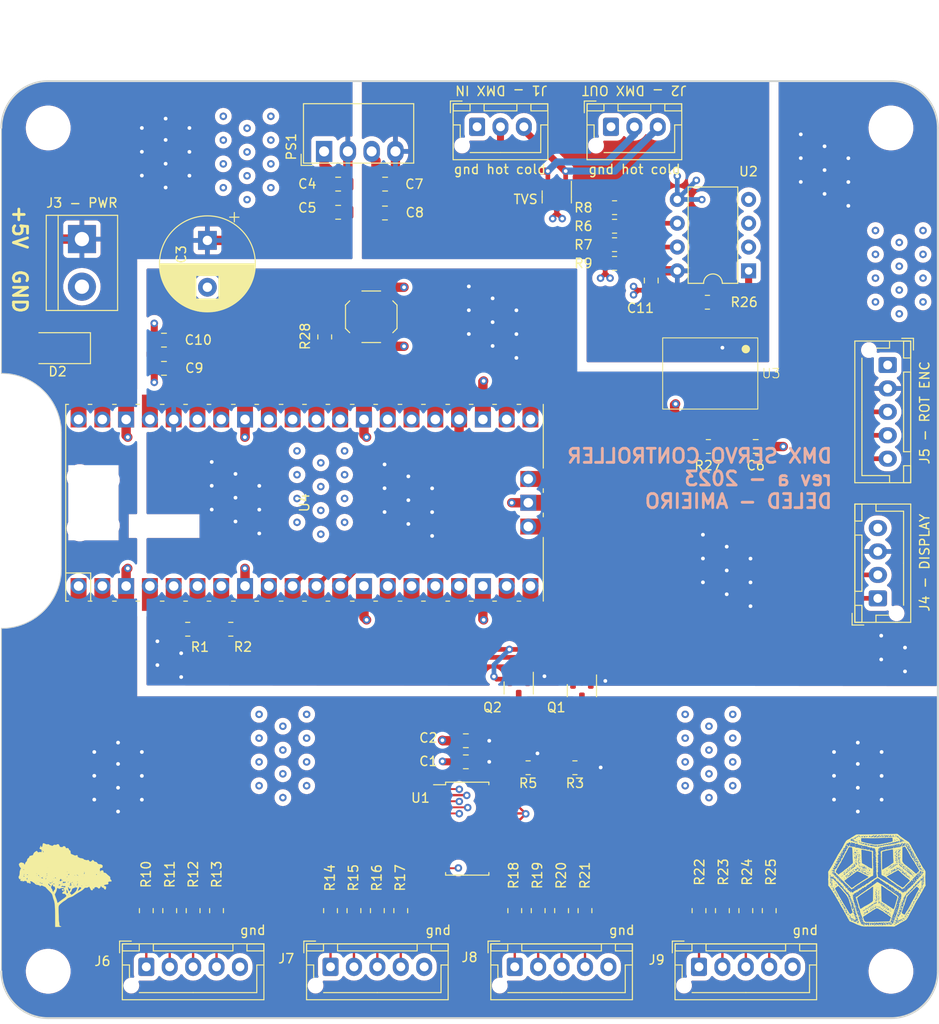
<source format=kicad_pcb>
(kicad_pcb (version 20221018) (generator pcbnew)
  (layers (0 "F.Cu" mixed) (1 "In1.Cu" power) (2 "In2.Cu" power) (31 "B.Cu" mixed) (34 "B.Paste" user) (35 "F.Paste" user) (36 "B.SilkS" user "B.Silkscreen") (37 "F.SilkS" user "F.Silkscreen") (38 "B.Mask" user) (39 "F.Mask" user) (44 "Edge.Cuts" user))
  (net 0 "")
  (net 1 "+3.3V")
  (net 2 "GND")
  (net 3 "+5V")
  (net 4 "+5VA")
  (net 5 "GNDA")
  (net 6 "DMX_negative{slash}cold")
  (net 7 "DMX_positive{slash}hot")
  (net 8 "I2C0_SDA")
  (net 9 "I2C0_SCL")
  (net 10 "Encoder SW")
  (net 11 "Encoder DT")
  (net 12 "Encoder CLK")
  (net 13 "OUT0")
  (net 14 "OUT1")
  (net 15 "OUT2")
  (net 16 "OUT3")
  (net 17 "OUT4")
  (net 18 "OUT5")
  (net 19 "OUT6")
  (net 20 "OUT7")
  (net 21 "OUT8")
  (net 22 "OUT9")
  (net 23 "OUT10")
  (net 24 "OUT11")
  (net 25 "OUT12")
  (net 26 "OUT13")
  (net 27 "OUT14")
  (net 28 "OUT15")
  (net 29 "Net-(Q1-D)")
  (net 30 "Net-(Q2-D)")
  (net 31 "Net-(U2-A)")
  (net 32 "Net-(U2-B)")
  (net 33 "Net-(U1-LED0)")
  (net 34 "Net-(U1-LED1)")
  (net 35 "Net-(U1-LED2)")
  (net 36 "Net-(U1-LED3)")
  (net 37 "Net-(U1-LED4)")
  (net 38 "Net-(U1-LED5)")
  (net 39 "Net-(U1-LED6)")
  (net 40 "Net-(U1-LED7)")
  (net 41 "Net-(U1-LED8)")
  (net 42 "Net-(U1-LED9)")
  (net 43 "Net-(U1-LED10)")
  (net 44 "Net-(U1-LED11)")
  (net 45 "Net-(U1-LED12)")
  (net 46 "Net-(U1-LED13)")
  (net 47 "Net-(U1-LED14)")
  (net 48 "Net-(U1-LED15)")
  (net 49 "Net-(U3-C)")
  (net 50 "Net-(U2-R)")
  (net 51 "DMX_signal")
  (net 52 "RESET")
  (net 81 "Net-(D2-K)")
  (footprint "Capacitor_SMD:C_0805_2012Metric_Pad1.18x1.45mm_HandSolder" (layer "F.Cu") (at 117.3625 90.655 180)
    (fp_text reference "C9")
    (fp_text value "100nF")
  )
  (footprint "MatheusLibs:mnds_logo_normal" (layer "F.Cu") (at 193.4972 145.288)
    (fp_text reference "G***" hide)
    (fp_text value "LOGO" hide)
  )
  (footprint "Resistor_SMD:R_0805_2012Metric_Pad1.20x1.40mm_HandSolder" (layer "F.Cu") (at 140.15 148.53125 -90)
    (fp_text reference "R16")
    (fp_text value "220Ω" hide)
  )
  (footprint "Connector_JST:JST_XH_B5B-XH-AM_1x05_P2.50mm_Vertical" (layer "F.Cu") (at 194.65 90.3 -90)
    (fp_text reference "J5" hide)
    (fp_text value "Rotary encoder")
  )
  (footprint "Connector_JST:JST_XH_B5B-XH-AM_1x05_P2.50mm_Vertical" (layer "F.Cu") (at 174.5 154.53125)
    (fp_text reference "J9")
    (fp_text value "Output block 4")
  )
  (footprint "Resistor_SMD:R_0805_2012Metric_Pad1.20x1.40mm_HandSolder" (layer "F.Cu") (at 117.975 148.53125 -90)
    (fp_text reference "R11")
    (fp_text value "220Ω" hide)
  )
  (footprint "Resistor_SMD:R_0805_2012Metric_Pad1.20x1.40mm_HandSolder" (layer "F.Cu") (at 157.325 148.53125 -90)
    (fp_text reference "R19")
    (fp_text value "220Ω" hide)
  )
  (footprint "MountingHole:MountingHole_4.3mm_M4_ISO7380" (layer "F.Cu") (at 105 65)
    (fp_text reference "H1" hide)
    (fp_text value "MountingHole")
  )
  (footprint "Resistor_SMD:R_0805_2012Metric_Pad1.20x1.40mm_HandSolder" (layer "F.Cu") (at 182 148.53125 -90)
    (fp_text reference "R25")
    (fp_text value "220Ω")
  )
  (footprint "Resistor_SMD:R_0805_2012Metric_Pad1.20x1.40mm_HandSolder" (layer "F.Cu") (at 177 148.53125 -90)
    (fp_text reference "R23")
    (fp_text value "220Ω" hide)
  )
  (footprint "Connector_JST:JST_XH_B3B-XH-AM_1x03_P2.50mm_Vertical" (layer "F.Cu") (at 150.8 64.875)
    (fp_text reference "J1" hide)
    (fp_text value "To_XLR3")
  )
  (footprint "Capacitor_SMD:C_0805_2012Metric_Pad1.18x1.45mm_HandSolder" (layer "F.Cu") (at 169.399416 81.28 -90)
    (fp_text reference "C11")
    (fp_text value "100nF")
  )
  (footprint "Capacitor_SMD:C_0805_2012Metric_Pad1.18x1.45mm_HandSolder" (layer "F.Cu") (at 135.963227 74 180)
    (fp_text reference "C5")
    (fp_text value "1μF")
  )
  (footprint "Resistor_SMD:R_0805_2012Metric_Pad1.20x1.40mm_HandSolder" (layer "F.Cu") (at 159.825 148.53125 -90)
    (fp_text reference "R20")
    (fp_text value "220Ω" hide)
  )
  (footprint "Resistor_SMD:R_0805_2012Metric_Pad1.20x1.40mm_HandSolder" (layer "F.Cu") (at 119.9 118.5)
    (fp_text reference "R1")
    (fp_text value "10kΩ" hide)
  )
  (footprint "Resistor_SMD:R_0805_2012Metric_Pad1.20x1.40mm_HandSolder" (layer "F.Cu") (at 174.5 148.53125 -90)
    (fp_text reference "R22")
    (fp_text value "220Ω" hide)
  )
  (footprint "Resistor_SMD:R_0805_2012Metric_Pad1.20x1.40mm_HandSolder" (layer "F.Cu") (at 165.481 75.4888)
    (fp_text reference "R6")
    (fp_text value "0Ω")
  )
  (footprint "Resistor_SMD:R_0805_2012Metric_Pad1.20x1.40mm_HandSolder" (layer "F.Cu") (at 165.481 73.5076)
    (fp_text reference "R8")
    (fp_text value "680Ω")
  )
  (footprint "Capacitor_SMD:C_0805_2012Metric_Pad1.18x1.45mm_HandSolder" (layer "F.Cu") (at 180.555083 98.992498)
    (fp_text reference "C6")
    (fp_text value "100nF")
  )
  (footprint "Connector_JST:JST_XH_B3B-XH-AM_1x03_P2.50mm_Vertical" (layer "F.Cu") (at 165.1 64.875)
    (fp_text reference "J2" hide)
    (fp_text value "To_XLR3")
  )
  (footprint "Resistor_SMD:R_0805_2012Metric_Pad1.20x1.40mm_HandSolder" (layer "F.Cu") (at 162.325 148.53125 -90)
    (fp_text reference "R21")
    (fp_text value "220Ω")
  )
  (footprint "Resistor_SMD:R_0805_2012Metric_Pad1.20x1.40mm_HandSolder" (layer "F.Cu") (at 156.25 133.28125 180)
    (fp_text reference "R5")
    (fp_text value "10kΩ")
  )
  (footprint "Resistor_SMD:R_0805_2012Metric_Pad1.20x1.40mm_HandSolder" (layer "F.Cu") (at 165.481 77.456014)
    (fp_text reference "R7")
    (fp_text value "0Ω")
  )
  (footprint "Resistor_SMD:R_0805_2012Metric_Pad1.20x1.40mm_HandSolder" (layer "F.Cu") (at 142.65 148.53125 -90)
    (fp_text reference "R17")
    (fp_text value "220Ω" hide)
  )
  (footprint "Resistor_SMD:R_0805_2012Metric_Pad1.20x1.40mm_HandSolder" (layer "F.Cu") (at 134.53 87.3 -90)
    (fp_text reference "R28")
    (fp_text value "10kΩ")
  )
  (footprint "Capacitor_THT:CP_Radial_D10.0mm_P5.00mm" (layer "F.Cu") (at 122 77 -90)
    (fp_text reference "C3")
    (fp_text value "1000μF")
  )
  (footprint "Capacitor_SMD:C_0805_2012Metric_Pad1.18x1.45mm_HandSolder" (layer "F.Cu") (at 149.6 132.65 180)
    (fp_text reference "C1")
    (fp_text value "100nF")
  )
  (footprint "Connector_JST:JST_XH_B4B-XH-AM_1x04_P2.50mm_Vertical" (layer "F.Cu") (at 193.6 115.2 90)
    (fp_text reference "J4" hide)
    (fp_text value "Display")
  )
  (footprint "AmieiroFootprints:ipe_logo_FSilk_10x10" (layer "F.Cu") (at 106.8 145.8)
    (fp_text reference "Ref**" hide)
    (fp_text value "Val**" hide)
  )
  (footprint "Resistor_SMD:R_0805_2012Metric_Pad1.20x1.40mm_HandSolder" (layer "F.Cu") (at 175.5 98.992498 180)
    (fp_text reference "R27")
    (fp_text value "330Ω")
  )
  (footprint "Connector_JST:JST_XH_B5B-XH-AM_1x05_P2.50mm_Vertical" (layer "F.Cu") (at 135.15 154.53125)
    (fp_text reference "J7")
    (fp_text value "Output block 2")
  )
  (footprint "Capacitor_SMD:C_0805_2012Metric_Pad1.18x1.45mm_HandSolder" (layer "F.Cu") (at 149.6 130.4 180)
    (fp_text reference "C2")
    (fp_text value "1μF")
  )
  (footprint "Connector_JST:JST_XH_B5B-XH-AM_1x05_P2.50mm_Vertical" (layer "F.Cu") (at 154.825 154.53125)
    (fp_text reference "J8")
    (fp_text value "Output block 3")
  )
  (footprint "Resistor_SMD:R_0805_2012Metric_Pad1.20x1.40mm_HandSolder" (layer "F.Cu") (at 154.825 148.53125 -90)
    (fp_text reference "R18")
    (fp_text value "220Ω" hide)
  )
  (footprint "Resistor_SMD:R_0805_2012Metric_Pad1.20x1.40mm_HandSolder" (layer "F.Cu") (at 124.5 118.5 180)
    (fp_text reference "R2")
    (fp_text value "10kΩ" hide)
  )
  (footprint "Package_TO_SOT_SMD:SOT-23" (layer "F.Cu") (at 159.309868 72.356965 -90)
    (fp_text reference "D1" hide)
    (fp_text value "SM712_SOT23")
  )
  (footprint "Connector_JST:JST_XH_B5B-XH-AM_1x05_P2.50mm_Vertical" (layer "F.Cu") (at 115.475 154.53125)
    (fp_text reference "J6")
    (fp_text value "Output block 1")
  )
  (footprint "TerminalBlock:TerminalBlock_bornier-2_P5.08mm" (layer "F.Cu") (at 108.6 76.86 -90)
    (fp_text reference "J3" hide)
    (fp_text value "Power connector")
  )
  (footprint "Capacitor_SMD:C_0805_2012Metric_Pad1.18x1.45mm_HandSolder" (layer "F.Cu") (at 140.978298 70.993615 180)
    (fp_text reference "C7")
    (fp_text value "1μF")
  )
  (footprint "Package_TO_SOT_SMD:SOT-23" (layer "F.Cu") (at 155.2448 124.7648 -90)
    (fp_text reference "Q2")
    (fp_text value "BSS138" hide)
  )
  (footprint "RPi_Pico:RPi_Pico_SMD_TH" (layer "F.Cu") (at 132.37 105 90)
    (fp_text reference "U4")
    (fp_text value "Pico")
  )
  (footprint "Resistor_SMD:R_0805_2012Metric_Pad1.20x1.40mm_HandSolder" (layer "F.Cu") (at 161.25 133.28125 180)
    (fp_text reference "R3")
    (fp_text value "10kΩ")
  )
  (footprint "Resistor_SMD:R_0805_2012Metric_Pad1.20x1.40mm_HandSolder" (layer "F.Cu") (at 137.65 148.53125 -90)
    (fp_text reference "R15")
    (fp_text value "220Ω" hide)
  )
  (footprint "MountingHole:MountingHole_4.3mm_M4_ISO7380" (layer "F.Cu") (at 195 155)
    (fp_text reference "H4" hide)
    (fp_text value "MountingHole")
  )
  (footprint "Package_SO:TSSOP-28_4.4x9.7mm_P0.65mm" (layer "F.Cu") (at 149.75 139.78125)
    (fp_text reference "U1")
    (fp_text value "PCA9685PW")
  )
  (footprint "Resistor_SMD:R_0805_2012Metric_Pad1.20x1.40mm_HandSolder" (layer "F.Cu") (at 135.15 148.53125 -90)
    (fp_text reference "R14")
    (fp_text value "220Ω")
  )
  (footprint "Capacitor_SMD:C_0805_2012Metric_Pad1.18x1.45mm_HandSolder" (layer "F.Cu") (at 140.9625 74.074242 180)
    (fp_text reference "C8")
    (fp_text value "100nF")
  )
  (footprint "Button_Switch_SMD:SW_SPST_TL3342" (layer "F.Cu") (at 139.5 85.15 90)
    (fp_text reference "SW1" hide)
    (fp_text value "Reset")
  )
  (footprint "Diode_SMD:D_SMA" (layer "F.Cu") (at 106 88.5 180)
    (fp_text reference "D2")
    (fp_text value "C211752 M7")
  )
  (footprint "Resistor_SMD:R_0805_2012Metric_Pad1.20x1.40mm_HandSolder" (layer "F.Cu") (at 120.475 148.53125 -90)
    (fp_text reference "R12")
    (fp_text value "220Ω" hide)
  )
  (footprint "Capacitor_SMD:C_0805_2012Metric_Pad1.18x1.45mm_HandSolder" (layer "F.Cu") (at 117.3625 87.645 180)
    (fp_text reference "C10")
    (fp_text value "1μF")
  )
  (footprint "Resistor_SMD:R_0805_2012Metric_Pad1.20x1.40mm_HandSolder" (layer "F.Cu") (at 115.475 148.53125 -90)
    (fp_text reference "R10")
    (fp_text value "220Ω")
  )
  (footprint "Capacitor_SMD:C_0805_2012Metric_Pad1.18x1.45mm_HandSolder" (layer "F.Cu") (at 135.963227 70.993615 180)
    (fp_text reference "C4")
    (fp_text value "100nF")
  )
  (footprint "Package_DIP:DIP-8_W7.62mm" (layer "F.Cu") (at 179.8 80.25 180)
    (fp_text reference "U2")
    (fp_text value "SN65HVD11HD")
  )
  (footprint "Resistor_SMD:R_0805_2012Metric_Pad1.20x1.40mm_HandSolder" (layer "F.Cu") (at 165.481 79.4512 180)
    (fp_text reference "R9")
    (fp_text value "680Ω")
  )
  (footprint "Converter_DCDC:Converter_DCDC_Murata_MEE1SxxxxSC_THT" (layer "F.Cu") (at 134.460727 67.5 90)
    (fp_text reference "PS1")
    (fp_text value "MEE1S0505SC")
  )
  (footprint "Resistor_SMD:R_0805_2012Metric_Pad1.20x1.40mm_HandSolder" (layer "F.Cu") (at 179.5 148.53125 -90)
    (fp_text reference "R24")
    (fp_text value "220Ω" hide)
  )
  (footprint "MountingHole:MountingHole_4.3mm_M4_ISO7380" (layer "F.Cu") (at 105 155)
    (fp_text reference "H3" hide)
    (fp_text value "MountingHole")
  )
  (footprint "DMX_servo_controller_hardware:6N137-X007T" (layer "F.Cu") (at 175.7 91.2 -90)
    (fp_text reference "U3")
    (fp_text value "6N137")
  )
  (footprint "MountingHole:MountingHole_4.3mm_M4_ISO7380" (layer "F.Cu") (at 195 65)
    (fp_text reference "H2" hide)
    (fp_text value "MountingHole")
  )
  (footprint "Resistor_SMD:R_0805_2012Metric_Pad1.20x1.40mm_HandSolder" (layer "F.Cu") (at 175.4 83.6)
    (fp_text reference "R26")
    (fp_text value "470Ω" hide)
  )
  (footprint "Resistor_SMD:R_0805_2012Metric_Pad1.20x1.40mm_HandSolder" (layer "F.Cu") (at 122.975 148.53125 -90)
    (fp_text reference "R13")
    (fp_text value "220Ω" hide)
  )
  (footprint "Package_TO_SOT_SMD:SOT-23" (layer "F.Cu") (at 161.9948 125.0523 -90)
    (fp_text reference "Q1")
    (fp_text value "BSS138" hide)
  )
  (gr_arc (start 100 91.199219) (mid 104.490541 93.038746) (end 106.4 97.5) (stroke (width 0.1)) (layer "Edge.Cuts"))
  (gr_arc (start 200 155) (mid 198.535534 158.535533) (end 195 160) (stroke (width 0.2)) (layer "Edge.Cuts"))
  (gr_line (start 105 60) (end 195 60) (stroke (width 0.2)) (layer "Edge.Cuts"))
  (gr_line (start 200 65) (end 200 155) (stroke (width 0.2)) (layer "Edge.Cuts"))
  (gr_line (start 100 91.199219) (end 100 65) (stroke (width 0.1)) (layer "Edge.Cuts"))
  (gr_arc (start 105 160) (mid 101.464467 158.535534) (end 100 155) (stroke (width 0.2)) (layer "Edge.Cuts"))
  (gr_line (start 100 118.4) (end 100 155) (stroke (width 0.1)) (layer "Edge.Cuts"))
  (gr_arc (start 100 65) (mid 101.464466 61.464467) (end 105 60) (stroke (width 0.2)) (layer "Edge.Cuts"))
  (gr_arc (start 195 60) (mid 198.535533 61.464466) (end 200 65) (stroke (width 0.2)) (layer "Edge.Cuts"))
  (gr_arc (start 106.4 112) (mid 104.525483 116.525483) (end 100 118.4) (stroke (width 0.1)) (layer "Edge.Cuts"))
  (gr_line (start 106.4 97.5) (end 106.4 112) (stroke (width 0.1)) (layer "Edge.Cuts"))
  (gr_line (start 105 160) (end 195 160) (stroke (width 0.2)) (layer "Edge.Cuts"))
  (gr_text "DMX SERVO CONTROLLER\nrev a - 2023\nDELED - AMIEIRO" (at 188.8744 105.7148) (layer "B.SilkS") (effects (font (size 1.5 1.5) (thickness 0.3) bold) (justify left bottom mirror)))
  (gr_text "J4 - DISPLAY" (at 198.6 111.4 90) (layer "F.SilkS") (effects (font (size 1 1))))
  (gr_text "J3 - PWR" (at 108.6 73) (layer "F.SilkS") (effects (font (size 1 1))))
  (gr_text "gnd" (at 125.4 151.2) (layer "F.SilkS") (effects (font (size 1 1)) (justify left bottom)))
  (gr_text "gnd hot cold" (at 162.610237 70) (layer "F.SilkS") (effects (font (size 1 1)) (justify left bottom)))
  (gr_text "gnd hot cold" (at 148.230237 70) (layer "F.SilkS") (effects (font (size 1 1)) (justify left bottom)))
  (gr_text "+5V  GND" (at 101.092 73.1012 270) (layer "F.SilkS") (effects (font (size 1.5 1.5) (thickness 0.3) bold) (justify left bottom)))
  (gr_text "gnd" (at 164.8 151.2) (layer "F.SilkS") (effects (font (size 1 1)) (justify left bottom)))
  (gr_text "J2 - DMX OUT" (at 167.6 61 180) (layer "F.SilkS") (effects (font (size 1 1))))
  (gr_text "J1 - DMX IN" (at 153.4 61 180) (layer "F.SilkS") (effects (font (size 1 1))))
  (gr_text "TVS" (at 154.6 73.2) (layer "F.SilkS") (effects (font (size 1 1)) (justify left bottom)))
  (gr_text "gnd" (at 184.4 151.2) (layer "F.SilkS") (effects (font (size 1 1)) (justify left bottom)))
  (gr_text "J5 - ROT ENC" (at 198.6 95.4 90) (layer "F.SilkS") (effects (font (size 1 1))))
  (gr_text "gnd" (at 145.2 151.2) (layer "F.SilkS") (effects (font (size 1 1)) (justify left bottom)))
  (segment (start 157.9948 123.5148) (end 157.6592 123.8504) (width 0.5) (layer "F.Cu") (net 1))
  (segment (start 118.4 96.11) (end 118.4 90.655) (width 1) (layer "F.Cu") (net 1))
  (segment (start 156.2179 123.8504) (end 156.1948 123.8273) (width 0.5) (layer "F.Cu") (net 1))
  (segment (start 157.6592 123.8504) (end 156.2179 123.8504) (width 0.5) (layer "F.Cu") (net 1))
  (segment (start 164.3948 124.1148) (end 164.4948 124.0148) (width 0.75) (layer "F.Cu") (net 1))
  (segment (start 118.4 90.655) (end 118.4 87.645) (width 1) (layer "F.Cu") (net 1))
  (segment (start 162.9448 124.1148) (end 164.3948 124.1148) (width 0.75) (layer "F.Cu") (net 1))
  (via (at 155 84.46) (size 0.8) (drill 0.4) (layers "F.Cu" "B.Cu") (net 1))
  (via (at 187.9092 72.0344) (size 0.8) (drill 0.4) (layers "F.Cu" "B.Cu") (net 1))
  (via (at 174.92 108.41) (size 0.8) (drill 0.4) (layers "F.Cu" "B.Cu") (net 1))
  (via (at 187.9092 69.4944) (size 0.8) (drill 0.4) (layers "F.Cu" "B.Cu") (net 1))
  (via (at 116.66 122.325) (size 0.8) (drill 0.4) (layers "F.Cu" "B.Cu") (net 1))
  (via (at 149.92 84.45) (size 0.8) (drill 0.4) (layers "F.Cu" "B.Cu") (net 1))
  (via (at 196.5 120.46) (size 0.8) (drill 0.4) (layers "F.Cu" "B.Cu") (net 1))
  (via (at 146 106) (size 0.8) (drill 0.4) (layers "F.Cu" "B.Cu") (net 1))
  (via (at 180 110.96) (size 0.8) (drill 0.4) (layers "F.Cu" "B.Cu") (net 1))
  (via (at 152.46 88.265) (size 0.8) (drill 0.4) (layers "F.Cu" "B.Cu") (net 1))
  (via (at 127.54 108.275) (size 0.8) (drill 0.4) (layers "F.Cu" "B.Cu") (net 1))
  (via (at 149.92 86.99) (size 0.8) (drill 0.4) (layers "F.Cu" "B.Cu") (net 1))
  (via (at 174.92 110.95) (size 0.8) (drill 0.4) (layers "F.Cu" "B.Cu") (net 1))
  (via (at 180 116.04) (size 0.8) (drill 0.4) (layers "F.Cu" "B.Cu") (net 1))
  (via (at 127.54 105.735) (size 0.8) (drill 0.4) (layers "F.Cu" "B.Cu") (net 1))
  (via (at 190.4492 70.7694) (size 0.8) (drill 0.4) (layers "F.Cu" "B.Cu") (net 1))
  (via (at 185.3692 70.7594) (size 0.8) (drill 0.4) (layers "F.Cu" "B.Cu") (net 1))
  (via (at 125 101.92) (size 0.8) (drill 0.4) (layers "F.Cu" "B.Cu") (net 1))
  (via (at 193.96 121.725) (size 0.8) (drill 0.4) (layers "F.Cu" "B.Cu") (net 1))
  (via (at 152.46 85.725) (size 0.8) (drill 0.4) (layers "F.Cu" "B.Cu") (net 1))
  (via (at 146 108.54) (size 0.8) (drill 0.4) (layers "F.Cu" "B.Cu") (net 1))
  (via (at 143.46 104.725) (size 0.8) (drill 0.4) (layers "F.Cu" "B.Cu") (net 1))
  (via (at 146 103.46) (size 0.8) (drill 0.4) (layers "F.Cu" "B.Cu") (net 1))
  (via (at 185.3692 68.2194) (size 0.8) (drill 0.4) (layers "F.Cu" "B.Cu") (net 1))
  (via (at 125 107) (size 0.8) (drill 0.4) (layers "F.Cu" "B.Cu") (net 1))
  (via (at 116.66 119.785) (size 0.8) (drill 0.4) (layers "F.Cu" "B.Cu") (net 1))
  (via (at 119.2 123.6) (size 0.8) (drill 0.4) (layers "F.Cu" "B.Cu") (net 1))
  (via (at 174.92 113.49) (size 0.8) (drill 0.4) (layers "F.Cu" "B.Cu") (net 1))
  (via (at 122.46 103.185) (size 0.8) (drill 0.4) (layers "F.Cu" "B.Cu") (net 1))
  (via (at 119.2 121.06) (size 0.8) (drill 0.4) (layers "F.Cu" "B.Cu") (net 1))
  (via (at 180 113.5) (size 0.8) (drill 0.4) (layers "F.Cu" "B.Cu") (net 1))
  (via (at 155 87) (size 0.8) (drill 0.4) (layers "F.Cu" "B.Cu") (net 1))
  (via (at 125 104.46) (size 0.8) (drill 0.4) (layers "F.Cu" "B.Cu") (net 1))
  (via (at 149.92 81.91) (size 0.8) (drill 0.4) (layers "F.Cu" "B.Cu") (net 1))
  (via (at 140.92 103.45) (size 0.8) (drill 0.4) (layers "F.Cu" "B.Cu") (net 1))
  (via (at 157.9948 123.5148) (size 0.8) (drill 0.4) (layers "F.Cu" "B.Cu") (net 1))
  (via (at 140.92 105.99) (size 0.8) (drill 0.4) (layers "F.Cu" "B.Cu") (net 1))
  (via (at 190.4492 68.2294) (size 0.8) (drill 0.4) (layers "F.Cu" "B.Cu") (net 1))
  (via (at 196.5 123) (size 0.8) (drill 0.4) (layers "F.Cu" "B.Cu") (net 1))
  (via (at 155 89.54) (size 0.8) (drill 0.4) (layers "F.Cu" "B.Cu") (net 1))
  (via (at 177.46 109.685) (size 0.8) (drill 0.4) (layers "F.Cu" "B.Cu") (net 1))
  (via (at 164.4948 124.0148) (size 0.8) (drill 0.4) (layers "F.Cu" "B.Cu") (net 1))
  (via (at 143.46 102.185) (size 0.8) (drill 0.4) (layers "F.Cu" "B.Cu") (net 1))
  (via (at 122.46 105.725) (size 0.8) (drill 0.4) (layers "F.Cu" "B.Cu") (net 1))
  (via (at 140.92 100.91) (size 0.8) (drill 0.4) (layers "F.Cu" "B.Cu") (net 1))
  (via (at 190.4492 73.3094) (size 0.8) (drill 0.4) (layers "F.Cu" "B.Cu") (net 1))
  (via (at 177.46 112.225) (size 0.8) (drill 0.4) (layers "F.Cu" "B.Cu") (net 1))
  (via (at 152.46 83.185) (size 0.8) (drill 0.4) (layers "F.Cu" "B.Cu") (net 1))
  (via (at 193.96 119.185) (size 0.8) (drill 0.4) (layers "F.Cu" "B.Cu") (net 1))
  (via (at 143.46 107.265) (size 0.8) (drill 0.4) (layers "F.Cu" "B.Cu") (net 1))
  (via (at 177.46 114.765) (size 0.8) (drill 0.4) (layers "F.Cu" "B.Cu") (net 1))
  (via (at 122.46 100.645) (size 0.8) (drill 0.4) (layers "F.Cu" "B.Cu") (net 1))
  (via (at 127.54 103.195) (size 0.8) (drill 0.4) (layers "F.Cu" "B.Cu") (net 1))
  (via (at 185.3692 65.6794) (size 0.8) (drill 0.4) (layers "F.Cu" "B.Cu") (net 1))
  (via (at 187.9092 66.9544) (size 0.8) (drill 0.4) (layers "F.Cu" "B.Cu") (net 1))
  (segment (start 146.8875 137.50625) (end 149.775 137.50625) (width 0.2) (layer "F.Cu") (net 2))
  (segment (start 134.460727 67.5) (end 134.460727 68.96) (width 1) (layer "F.Cu") (net 2))
  (segment (start 138.72 117.22) (end 139 117.5) (width 1) (layer "F.Cu") (net 2))
  (segment (start 148.875 136.85625) (end 146.8875 136.85625) (width 0.2) (layer "F.Cu") (net 2))
  (segment (start 148.9 136.88125) (end 148.875 136.85625) (width 0.2) (layer "F.Cu") (net 2))
  (segment (start 156 138.2) (end 155.30625 137.50625) (width 0.25) (layer "F.Cu") (net 2))
  (segment (start 148.9 138.18125) (end 148.875 138.15625) (width 0.2) (layer "F.Cu") (net 2))
  (segment (start 113.32 97.82) (end 113.5 98) (width 1) (layer "F.Cu") (net 2))
  (segment (start 126.02 96.11) (end 126.02 97.98) (width 1) (layer "F.Cu") (net 2))
  (segment (start 113.32 96.11) (end 113.32 97.82) (width 1) (layer "F.Cu") (net 2))
  (segment (start 151.42 113.89) (end 151.42 117.42) (width 1) (layer "F.Cu") (net 2))
  (segment (start 151.42 96.11) (end 151.42 92.08) (width 1) (layer "F.Cu") (net 2))
  (segment (start 147.15625 132.65) (end 148.5625 132.65) (width 0.75) (layer "F.Cu") (net 2))
  (segment (start 146.8875 144.00625) (end 148.775 144.00625) (width 0.2) (layer "F.Cu") (net 2))
  (segment (start 134.925727 69.425) (end 134.925727 71) (width 1) (layer "F.Cu") (net 2))
  (segment (start 148.875 138.15625) (end 146.8875 138.15625) (width 0.2) (layer "F.Cu") (net 2))
  (segment (start 148.9 135.58125) (end 148.875 135.55625) (width 0.2) (layer "F.Cu") (net 2))
  (segment (start 147.15625 130.4) (end 148.5625 130.4) (width 1) (layer "F.Cu") (net 2))
  (segment (start 147.1 132.59375) (end 147.15625 132.65) (width 0.75) (layer "F.Cu") (net 2))
  (segment (start 155.95625 138.15625) (end 152.6125 138.15625) (width 0.25) (layer "F.Cu") (net 2))
  (segment (start 134.460727 68.96) (end 134.925727 69.425) (width 1) (layer "F.Cu") (net 2))
  (segment (start 156 138.2) (end 155.39375 138.80625) (width 0.25) (layer "F.Cu") (net 2))
  (segment (start 151.42 117.42) (end 151.5 117.5) (width 1) (layer "F.Cu") (net 2))
  (segment (start 113.32 112.18) (end 113.5 112) (width 1) (layer "F.Cu") (net 2))
  (segment (start 155.30625 137.50625) (end 152.6125 137.50625) (width 0.25) (layer "F.Cu") (net 2))
  (segment (start 134.925727 74) (end 134.925727 71) (width 1) (layer "F.Cu") (net 2))
  (segment (start 141.4 88.3) (end 143 88.3) (width 1) (layer "F.Cu") (net 2))
  (segment (start 126.02 113.89) (end 126.02 112.02) (width 1) (layer "F.Cu") (net 2))
  (segment (start 148.875 135.55625) (end 146.8875 135.55625) (width 0.2) (layer "F.Cu") (net 2))
  (segment (start 155.39375 138.80625) (end 152.6125 138.80625) (width 0.25) (layer "F.Cu") (net 2))
  (segment (start 149.675 136.20625) (end 149.7 136.23125) (width 0.25) (layer "F.Cu") (net 2))
  (segment (start 183.5 99) (end 181.7375 99) (width 1) (layer "F.Cu") (net 2))
  (segment (start 116.325 87.645) (end 116.325 85.85) (width 0.75) (layer "F.Cu") (net 2))
  (segment (start 156 138.2) (end 155.95625 138.15625) (width 0.25) (layer "F.Cu") (net 2))
  (segment (start 151.42 92.08) (end 151.5 92) (width 1) (layer "F.Cu") (net 2))
  (segment (start 141.4 82) (end 143 82) (width 1) (layer "F.Cu") (net 2))
  (segment (start 146.8875 136.20625) (end 149.675 136.20625) (width 0.25) (layer "F.Cu") (net 2))
  (segment (start 149.775 137.50625) (end 149.8 137.53125) (width 0.2) (layer "F.Cu") (net 2))
  (segment (start 156.27 105) (end 154.5 105) (width 1) (layer "F.Cu") (net 2))
  (segment (start 126.02 112.02) (end 126 112) (width 1) (layer "F.Cu") (net 2))
  (segment (start 147.1 130.34375) (end 147.15625 130.4) (width 1) (layer "F.Cu") (net 2))
  (segment (start 138.72 113.89) (end 138.72 117.22) (width 1) (layer "F.Cu") (net 2))
  (segment (start 171.89 94.56) (end 172 94.45) (width 1) (layer "F.Cu") (net 2))
  (segment (start 113.32 113.89) (end 113.32 112.18) (width 1) (layer "F.Cu") (net 2))
  (segment (start 116.325 90.655) (end 116.325 92.15) (width 0.75) (layer "F.Cu") (net 2))
  (segment (start 171.89 95.965) (end 171.89 94.56) (width 1) (layer "F.Cu") (net 2))
  (segment (start 126.02 97.98) (end 126 98) (width 1) (layer "F.Cu") (net 2))
  (segment (start 138.72 97.72) (end 139 98) (width 1) (layer "F.Cu") (net 2))
  (segment (start 138.72 96.11) (end 138.72 97.72) (width 1) (layer "F.Cu") (net 2))
  (segment (start 148.775 144.00625) (end 148.8 143.98125) (width 0.2) (layer "F.Cu") (net 2))
  (via (at 148.9 135.58125) (size 0.8) (drill 0.4) (layers "F.Cu" "B.Cu") (net 2))
  (via (at 134.112 108.3564) (size 0.8) (drill 0.4) (layers "F.Cu" "B.Cu") (net 2))
  (via (at 134.112 100.7364) (size 0.8) (drill 0.4) (layers "F.Cu" "B.Cu") (net 2))
  (via (at 136.652 102.0064) (size 0.8) (drill 0.4) (layers "F.Cu" "B.Cu") (net 2))
  (via (at 127.52 135.2) (size 0.8) (drill 0.4) (layers "F.Cu" "B.Cu") (net 2))
  (via (at 126.238 67.564) (size 0.8) (drill 0.4) (layers "F.Cu" "B.Cu") (net 2))
  (via (at 198.4248 83.566) (size 0.8) (drill 0.4) (layers "F.Cu" "B.Cu") (net 2))
  (via (at 193.3448 83.566) (size 0.8) (drill 0.4) (layers "F.Cu" "B.Cu") (net 2))
  (via (at 131.572 107.0864) (size 0.8) (drill 0.4) (layers "F.Cu" "B.Cu") (net 2))
  (via (at 183.5 99) (size 0.8) (drill 0.4) (layers "F.Cu" "B.Cu") (net 2))
  (via (at 127.52 127.58) (size 0.8) (drill 0.4) (layers "F.Cu" "B.Cu") (net 2))
  (via (at 173.0248 130.12) (size 0.8) (drill 0.4) (layers "F.Cu" "B.Cu") (net 2))
  (via (at 113.5 112) (size 0.8) (drill 0.4) (layers "F.Cu" "B.Cu") (net 2))
  (via (at 173.0248 132.66) (size 0.8) (drill 0.4) (layers "F.Cu" "B.Cu") (net 2))
  (via (at 131.572 99.4664) (size 0.8) (drill 0.4) (layers "F.Cu" "B.Cu") (net 2))
  (via (at 195.8848 82.296) (size 0.8) (drill 0.4) (layers "F.Cu" "B.Cu") (net 2))
  (via (at 147.1 130.34375) (size 0.8) (drill 0.4) (layers "F.Cu" "B.Cu") (net 2))
  (via (at 148.9 138.18125) (size 0.8) (drill 0.4) (layers "F.Cu" "B.Cu") (net 2))
  (via (at 128.778 68.834) (size 0.8) (drill 0.4) (layers "F.Cu" "B.Cu") (net 2))
  (via (at 147.1 132.59375) (size 0.8) (drill 0.4) (layers "F.Cu" "B.Cu") (net 2))
  (via (at 193.3448 78.486) (size 0.8) (drill 0.4) (layers "F.Cu" "B.Cu") (net 2))
  (via (at 128.778 71.374) (size 0.8) (drill 0.4) (layers "F.Cu" "B.Cu") (net 2))
  (via (at 126 98) (size 0.8) (drill 0.4) (layers "F.Cu" "B.Cu") (net 2))
  (via (at 126 112) (size 0.8) (drill 0.4) (layers "F.Cu" "B.Cu") (net 2))
  (via (at 143 88.3) (size 0.8) (drill 0.4) (layers "F.Cu" "B.Cu") (net 2))
  (via (at 148.8 143.98125) (size 0.8) (drill 0.4) (layers "F.Cu" "B.Cu") (net 2))
  (via (at 151.5 92) (size 0.8) (drill 0.4) (layers "F.Cu" "B.Cu") (net 2))
  (via (at 175.5648 128.85) (size 0.8) (drill 0.4) (layers "F.Cu" "B.Cu") (net 2))
  (via (at 175.5648 133.93) (size 0.8) (drill 0.4) (layers "F.Cu" "B.Cu") (net 2))
  (via (at 123.698 63.754) (size 0.8) (drill 0.4) (layers "F.Cu" "B.Cu") (net 2))
  (via (at 178.1048 132.66) (size 0.8) (drill 0.4) (layers "F.Cu" "B.Cu") (net 2))
  (via (at 126.238 65.024) (size 0.8) (drill 0.4) (layers "F.Cu" "B.Cu") (net 2))
  (via (at 139 98) (size 0.8) (drill 0.4) (layers "F.Cu" "B.Cu") (net 2))
  (via (at 132.6 130.12) (size 0.8) (drill 0.4) (layers "F.Cu" "B.Cu") (net 2))
  (via (at 136.652 99.4664) (size 0.8) (drill 0.4) (layers "F.Cu" "B.Cu") (net 2))
  (via (at 130.06 136.47) (size 0.8) (drill 0.4) (layers "F.Cu" "B.Cu") (net 2))
  (via (at 128.778 63.754) (size 0.8) (drill 0.4) (layers "F.Cu" "B.Cu") (net 2))
  (via (at 130.06 128.85) (size 0.8) (drill 0.4) (layers "F.Cu" "B.Cu") (net 2))
  (via (at 130.06 133.93) (size 0.8) (drill 0.4) (layers "F.Cu" "B.Cu") (net 2))
  (via (at 149.7 136.23125) (size 0.8) (drill 0.4) (layers "F.Cu" "B.Cu") (net 2))
  (via (at 151.5 117.5) (size 0.8) (drill 0.4) (layers "F.Cu" "B.Cu") (net 2))
  (via (at 123.698 66.294) (size 0.8) (drill 0.4) (layers "F.Cu" "B.Cu") (net 2))
  (via (at 198.4248 78.486) (size 0.8) (drill 0.4) (layers "F.Cu" "B.Cu") (net 2))
  (via (at 198.4248 81.026) (size 0.8) (drill 0.4) (layers "F.Cu" "B.Cu") (net 2))
  (via (at 136.652 104.5464) (size 0.8) (drill 0.4) (layers "F.Cu" "B.Cu") (net 2))
  (via (at 173.0248 135.2) (size 0.8) (drill 0.4) (layers "F.Cu" "B.Cu") (net 2))
  (via (at 154.5 105) (size 0.8) (drill 0.4) (layers "F.Cu" "B.Cu") (net 2))
  (via (at 149.8 137.53125) (size 0.8) (drill 0.4) (layers "F.Cu" "B.Cu") (net 2))
  (via (at 178.1048 135.2) (size 0.8) (drill 0.4) (layers "F.Cu" "B.Cu") (net 2))
  (via (at 156 138.2) (size 0.8) (drill 0.4) (layers "F.Cu" "B.Cu") (net 2))
  (via (at 193.3448 75.946) (size 0.8) (drill 0.4) (layers "F.Cu" "B.Cu") (net 2))
  (via (at 123.698 71.374) (size 0.8) (drill 0.4) (layers "F.Cu" "B.Cu") (net 2))
  (via (at 127.52 130.12) (size 0.8) (drill 0.4) (layers "F.Cu" "B.Cu") (net 2))
  (via (at 134.112 105.8164) (size 0.8) (drill 0.4) (layers "F.Cu" "B.Cu") (net 2))
  (via (at 131.572 102.0064) (size 0.8) (drill 0.4) (layers "F.Cu" "B.Cu") (net 2))
  (via (at 195.8848 79.756) (size 0.8) (drill 0.4) (layers "F.Cu" "B.Cu") (net 2))
  (via (at 134.112 103.2764) (size 0.8) (drill 0.4) (layers "F.Cu" "B.Cu") (net 2))
  (via (at 132.6 127.58) (size 0.8) (drill 0.4) (layers "F.Cu" "B.Cu") (net 2))
  (via (at 127.52 132.66) (size 0.8) (drill 0.4) (layers "F.Cu" "B.Cu") (net 2))
  (via (at 123.698 68.834) (size 0.8) (drill 0.4) (layers "F.Cu" "B.Cu") (net 2))
  (via (at 130.06 131.39) (size 0.8) (drill 0.4) (layers "F.Cu" "B.Cu") (net 2))
  (via (at 148.9 136.88125) (size 0.8) (drill 0.4) (layers "F.Cu" "B.Cu") (net 2))
  (via (at 126.238 70.104) (size 0.8) (drill 0.4) (layers "F.Cu" "B.Cu") (net 2))
  (via (at 195.8848 77.216) (size 0.8) (drill 0.4) (layers "F.Cu" "B.Cu") (net 2))
  (via (at 173.0248 127.58) (size 0.8) (drill 0.4) (layers "F.Cu" "B.Cu") (net 2))
  (via (at 132.6 132.66) (size 0.8) (drill 0.4) (layers "F.Cu" "B.Cu") (net 2))
  (via (at 175.5648 131.39) (size 0.8) (drill 0.4) (layers "F.Cu" "B.Cu") (net 2))
  (via (at 172 94.45) (size 0.8) (drill 0.4) (layers "F.Cu" "B.Cu") (net 2))
  (via (at 136.652 107.0864) (size 0.8) (drill 0.4) (layers "F.Cu" "B.Cu") (net 2))
  (via (at 116.325 92.15) (size 0.8) (drill 0.4) (layers "F.Cu" "B.Cu") (net 2))
  (via (at 175.5648 136.47) (size 0.8) (drill 0.4) (layers "F.Cu" "B.Cu") (net 2))
  (via (at 198.4248 75.946) (size 0.8) (drill 0.4) (layers "F.Cu" "B.Cu") (net 2))
  (via (at 178.1048 130.12) (size 0.8) (drill 0.4) (layers "F.Cu" "B.Cu") (net 2))
  (via (at 178.1048 127.58) (size 0.8) (drill 0.4) (layers "F.Cu" "B.Cu") (net 2))
  (via (at 128.778 66.294) (size 0.8) (drill 0.4) (layers "F.Cu" "B.Cu") (net 2))
  (via (at 113.5 98) (size 0.8) (drill 0.4) (layers "F.Cu" "B.Cu") (net 2))
  (via (at 139 117.5) (size 0.8) (drill 0.4) (layers "F.Cu" "B.Cu") (net 2))
  (via (at 193.3448 81.026) (size 0.8) (drill 0.4) (layers "F.Cu" "B.Cu") (net 2))
  (via (at 131.572 104.5464) (size 0.8) (drill 0.4) (layers "F.Cu" "B.Cu") (net 2))
  (via (at 116.325 85.85) (size 0.8) (drill 0.4) (layers "F.Cu" "B.Cu") (net 2))
  (via (at 195.8848 84.836) (size 0.8) (drill 0.4) (layers "F.Cu" "B.Cu") (net 2))
  (via (at 126.238 72.644) (size 0.8) (drill 0.4) (layers "F.Cu" "B.Cu") (net 2))
  (via (at 132.6 135.2) (size 0.8) (drill 0.4) (layers "F.Cu" "B.Cu") (net 2))
  (via (at 143 82) (size 0.8) (drill 0.4) (layers "F.Cu" "B.Cu") (net 2))
  (segment (start 152.1 130.4) (end 150.6375 130.4) (width 0.75) (layer "F.Cu") (net 3))
  (segment (start 122 77) (end 135.500727 77) (width 1) (layer "F.Cu") (net 3))
  (segment (start 152.1 132.65) (end 150.6375 132.65) (width 0.75) (layer "F.Cu") (net 3))
  (segment (start 150.6375 135.010639) (end 150.6375 132.65) (width 0.2) (layer "F.Cu") (net 3))
  (segment (start 121.92 76.92) (end 122 77) (width 1) (layer "F.Cu") (net 3))
  (segment (start 163.96875 133.28125) (end 164 133.25) (width 1) (layer "F.Cu") (net 3))
  (segment (start 151.183111 135.55625) (end 150.6375 135.010639) (width 0.2) (layer "F.Cu") (net 3))
  (segment (start 137.000727 74) (end 137.000727 71) (width 1) (layer "F.Cu") (net 3))
  (segment (start 162.25 133.28125) (end 163.96875 133.28125) (width 1) (layer "F.Cu") (net 3))
  (segment (start 104 88.5) (end 104 78.25) (width 1) (layer "F.Cu") (net 3))
  (segment (start 157.25 133.28125) (end 157.25 131.75) (width 1) (layer "F.Cu") (net 3))
  (segment (start 137.000727 75.5) (end 137.000727 74) (width 1) (layer "F.Cu") (net 3))
  (segment (start 104 78.25) (end 105.39 76.86) (width 1) (layer "F.Cu") (net 3))
  (segment (start 137.000727 71) (end 137.000727 67.5) (width 1) (layer "F.Cu") (net 3))
  (segment (start 135.500727 77) (end 137.000727 75.5) (width 1) (layer "F.Cu") (net 3))
  (segment (start 152.6125 135.55625) (end 151.183111 135.55625) (width 0.4) (layer "F.Cu") (net 3))
  (segment (start 105.39 76.86) (end 108.6 76.86) (width 1) (layer "F.Cu") (net 3))
  (segment (start 150.6375 130.4) (end 150.6375 132.65) (width 0.75) (layer "F.Cu") (net 3))
  (via (at 117.54 68.815) (size 0.8) (drill 0.4) (layers "F.Cu" "B.Cu") (net 3))
  (via (at 112.46 137.955) (size 0.8) (drill 0.4) (layers "F.Cu" "B.Cu") (net 3))
  (via (at 191.46 130.6) (size 0.8) (drill 0.4) (layers "F.Cu" "B.Cu") (net 3))
  (via (at 188.92 131.6) (size 0.8) (drill 0.4) (layers "F.Cu" "B.Cu") (net 3))
  (via (at 109.92 134.14) (size 0.8) (drill 0.4) (layers "F.Cu" "B.Cu") (net 3))
  (via (at 115 134.15) (size 0.8) (drill 0.4) (layers "F.Cu" "B.Cu") (net 3))
  (via (at 120.08 70.09) (size 0.8) (drill 0.4) (layers "F.Cu" "B.Cu") (net 3))
  (via (at 188.92 136.68) (size 0.8) (drill 0.4) (layers "F.Cu" "B.Cu") (net 3))
  (via (at 112.46 132.875) (size 0.8) (drill 0.4) (layers "F.Cu" "B.Cu") (net 3))
  (via (at 115 136.69) (size 0.8) (drill 0.4) (layers "F.Cu" "B.Cu") (net 3))
  (via (at 157.25 131.75) (size 0.8) (drill 0.4) (layers "F.Cu" "B.Cu") (net 3))
  (via (at 120.08 67.55) (size 0.8) (drill 0.4) (layers "F.Cu" "B.Cu") (net 3))
  (via (at 112.46 135.415) (size 0.8) (drill 0.4) (layers "F.Cu" "B.Cu") (net 3))
  (via (at 191.46 135.415) (size 0.8) (drill 0.4) (layers "F.Cu" "B.Cu") (net 3))
  (via (at 194 136.69) (size 0.8) (drill 0.4) (layers "F.Cu" "B.Cu") (net 3))
  (via (at 152.1 132.65) (size 0.8) (drill 0.4) (layers "F.Cu" "B.Cu") (net 3))
  (via (at 164 133.25) (size 0.8) (drill 0.4) (layers "F.Cu" "B.Cu") (net 3))
  (via (at 115 70.08) (size 0.8) (drill 0.4) (layers "F.Cu" "B.Cu") (net 3))
  (via (at 117.54 66.275) (size 0.8) (drill 0.4) (layers "F.Cu" "B.Cu") (net 3))
  (via (at 115 65) (size 0.8) (drill 0.4) (layers "F.Cu" "B.Cu") (net 3))
  (via (at 112.46 130.6) (size 0.8) (drill 0.4) (layers "F.Cu" "B.Cu") (net 3))
  (via (at 188.92 134.14) (size 0.8) (drill 0.4) (layers "F.Cu" "B.Cu") (net 3))
  (via (at 120.08 65) (size 0.8) (drill 0.4) (layers "F.Cu" "B.Cu") (net 3))
  (via (at 191.46 132.875) (size 0.8) (drill 0.4) (layers "F.Cu" "B.Cu") (net 3))
  (via (at 109.92 136.68) (size 0.8) (drill 0.4) (layers "F.Cu" "B.Cu") (net 3))
  (via (at 191.46 137.955) (size 0.8) (drill 0.4) (layers "F.Cu" "B.Cu") (net 3))
  (via (at 117.54 71.355) (size 0.8) (drill 0.4) (layers "F.Cu" "B.Cu") (net 3))
  (via (at 109.92 131.6) (size 0.8) (drill 0.4) (layers "F.Cu" "B.Cu") (net 3))
  (via (at 194 131.6) (size 0.8) (drill 0.4) (layers "F.Cu" "B.Cu") (net 3))
  (via (at 117.54 64) (size 0.8) (drill 0.4) (layers "F.Cu" "B.Cu") (net 3))
  (via (at 115 131.6) (size 0.8) (drill 0.4) (layers "F.Cu" "B.Cu") (net 3))
  (via (at 152.1 130.4) (size 0.8) (drill 0.4) (layers "F.Cu" "B.Cu") (net 3))
  (via (at 115 67.54) (size 0.8) (drill 0.4) (layers "F.Cu" "B.Cu") (net 3))
  (via (at 194 134.15) (size 0.8) (drill 0.4) (layers "F.Cu" "B.Cu") (net 3))
  (segment (start 172.1725 80.2425) (end 172.18 80.25) (width 1) (layer "F.Cu") (net 4))
  (segment (start 142.080727 70.4575) (end 142.038227 70.5) (width 1) (layer "F.Cu") (net 4))
  (segment (start 169.399416 80.2425) (end 172.1725 80.2425) (width 1) (layer "F.Cu") (net 4))
  (segment (start 176.97 88.42) (end 177 88.45) (width 1) (layer "F.Cu") (net 4))
  (segment (start 176.97 86.435) (end 176.97 88.42) (width 1) (layer "F.Cu") (net 4))
  (segment (start 142.038227 70.5) (end 142.038227 73.5) (width 1) (layer "F.Cu") (net 4))
  (segment (start 142.080727 67.5) (end 142.080727 70.4575) (width 1) (layer "F.Cu") (net 4))
  (via (at 177 88.45) (size 0.8) (drill 0.4) (layers "F.Cu" "B.Cu") (net 4))
  (segment (start 164.481 80.531827) (end 163.986827 81.026) (width 0.5) (layer "F.Cu") (net 5))
  (segment (start 169.399416 82.3175) (end 167.9155 82.3175) (width 0.5) (layer "F.Cu") (net 5))
  (segment (start 140.000727 70.4625) (end 139.963227 70.5) (width 1) (layer "F.Cu") (net 5))
  (segment (start 167.9155 82.3175) (end 167.9155 82.4015) (width 0.5) (layer "F.Cu") (net 5))
  (segment (start 159.893 74.676) (end 159.31 74.093) (width 0.5) (layer "F.Cu") (net 5))
  (segment (start 140.000727 68.5) (end 140.000727 70.4625) (width 1) (layer "F.Cu") (net 5))
  (segment (start 164.481 79.34508) (end 164.481 80.531827) (width 0.5) (layer "F.Cu") (net 5))
  (segment (start 158.877 74.676) (end 158.877 74.526) (width 0.5) (layer "F.Cu") (net 5))
  (segment (start 167.9155 82.3175) (end 167.513 81.915) (width 0.5) (layer "F.Cu") (net 5))
  (segment (start 139.540727 67.5) (end 139.540727 68.04) (width 1) (layer "F.Cu") (net 5))
  (segment (start 139.963227 73.5) (end 139.963227 70.5) (width 1) (layer "F.Cu") (net 5))
  (segment (start 158.877 74.526) (end 159.31 74.093) (width 0.5) (layer "F.Cu") (net 5))
  (segment (start 139.540727 68.04) (end 140.000727 68.5) (width 1) (layer "F.Cu") (net 5))
  (segment (start 167.9155 82.4015) (end 167.513 82.804) (width 0.5) (layer "F.Cu") (net 5))
  (segment (start 164.481 79.34508) (end 164.481 80.504173) (width 0.5) (layer "F.Cu") (net 5))
  (segment (start 159.31 74.093) (end 159.31 72.875) (width 0.5) (layer "F.Cu") (net 5))
  (segment (start 164.481 80.504173) (end 165.002827 81.026) (width 0.5) (layer "F.Cu") (net 5))
  (via (at 174.218823 70.591176) (size 0.8) (drill 0.4) (layers "F.Cu" "B.Cu") (net 5))
  (via (at 167.513 82.804) (size 0.8) (drill 0.4) (layers "F.Cu" "B.Cu") (net 5))
  (via (at 165.002827 81.026) (size 0.8) (drill 0.4) (layers "F.Cu" "B.Cu") (net 5))
  (via (at 172.179999 70.142331) (size 0.8) (drill 0.4) (layers "F.Cu" "B.Cu") (net 5))
  (via (at 158.877 74.676) (size 0.8) (drill 0.4) (layers "F.Cu" "B.Cu") (net 5))
  (via (at 174.8028 72.644) (size 0.8) (drill 0.4) (layers "F.Cu" "B.Cu") (net 5))
  (via (at 159.893 74.676) (size 0.8) (drill 0.4) (layers "F.Cu" "B.Cu") (net 5))
  (via (at 163.986827 81.026) (size 0.8) (drill 0.4) (layers "F.Cu" "B.Cu") (net 5))
  (via (at 167.513 81.915) (size 0.8) (drill 0.4) (layers "F.Cu" "B.Cu") (net 5))
  (segment (start 174.7888 72.63) (end 172.18 72.63) (width 0.5) (layer "B.Cu") (net 5))
  (segment (start 172.18 70.142332) (end 172.18 72.63) (width 0.5) (layer "B.Cu") (net 5))
  (segment (start 172.18 72.63) (end 174.218823 70.591176) (width 0.5) (layer "B.Cu") (net 5))
  (segment (start 174.8028 72.644) (end 174.7888 72.63) (width 0.5) (layer "B.Cu") (net 5))
  (segment (start 172.179999 70.142331) (end 172.18 70.142332) (width 0.5) (layer "B.Cu") (net 5))
  (segment (start 160.1995 69.5995) (end 160.26 69.5995) (width 0.75) (layer "F.Cu") (net 6))
  (segment (start 160.26 69.5995) (end 160.26 71.419333) (width 0.5) (layer "F.Cu") (net 6))
  (segment (start 160.259868 71.419465) (end 160.259868 72.883868) (width 0.5) (layer "F.Cu") (net 6))
  (segment (start 160.259868 72.883868) (end 162.942948 75.566948) (width 0.5) (layer "F.Cu") (net 6))
  (segment (start 160.259868 69.599632) (end 160.26 69.5995) (width 0.5) (layer "F.Cu") (net 6))
  (segment (start 155.76 65.16) (end 160.1995 69.5995) (width 0.75) (layer "F.Cu") (net 6))
  (segment (start 160.26 71.419333) (end 160.259868 71.419465) (width 0.5) (layer "F.Cu") (net 6))
  (segment (start 162.942948 75.566948) (end 164.481 75.566948) (width 0.5) (layer "F.Cu") (net 6))
  (segment (start 155.76 64.975) (end 155.76 65.16) (width 0.75) (layer "F.Cu") (net 6))
  (via (at 160.26 69.5995) (size 0.8) (drill 0.4) (layers "F.Cu" "B.Cu") (net 6))
  (segment (start 160.26 69.5995) (end 165.5155 69.5995) (width 0.75) (layer "B.Cu") (net 6))
  (segment (start 165.5155 69.5995) (end 170.14 64.975) (width 0.75) (layer "B.Cu") (net 6))
  (segment (start 153.3 67.3) (end 153.3 64.875) (width 0.75) (layer "F.Cu") (net 7))
  (segment (start 160.006014 77.456014) (end 157.734 75.184) (width 0.5) (layer "F.Cu") (net 7))
  (segment (start 158.359868 69.600132) (end 158.36 69.6) (width 0.5) (layer "F.Cu") (net 7))
  (segment (start 158.359868 71.419465) (end 158.359868 69.600132) (width 0.5) (layer "F.Cu") (net 7))
  (segment (start 164.481 77.456014) (end 160.006014 77.456014) (width 0.5) (layer "F.Cu") (net 7))
  (segment (start 157.734 73.266) (end 158.359868 72.640132) (width 0.5) (layer "F.Cu") (net 7))
  (segment (start 157.734 75.184) (end 157.734 73.266) (width 0.5) (layer "F.Cu") (net 7))
  (segment (start 158.359868 72.640132) (end 158.359868 71.419465) (width 0.5) (layer "F.Cu") (net 7))
  (segment (start 158.36 69.6) (end 155.6 69.6) (width 0.75) (layer "F.Cu") (net 7))
  (segment (start 155.6 69.6) (end 153.3 67.3) (width 0.75) (layer "F.Cu") (net 7))
  (via (at 158.36 69.6) (size 0.8) (drill 0.4) (layers "F.Cu" "B.Cu") (net 7))
  (segment (start 167.64 64.975) (end 167.64 65.6725) (width 0.75) (layer "B.Cu") (net 7))
  (segment (start 164.6875 68.625) (end 159.335 68.625) (width 0.75) (layer "B.Cu") (net 7))
  (segment (start 167.64 65.6725) (end 164.6875 68.625) (width 0.75) (layer "B.Cu") (net 7))
  (segment (start 159.335 68.625) (end 158.36 69.6) (width 0.75) (layer "B.Cu") (net 7))
  (segment (start 151.5 121.5) (end 156.5 121.5) (width 0.5) (layer "F.Cu") (net 8))
  (segment (start 158.5 121.5) (end 156.5 121.5) (width 0.5) (layer "F.Cu") (net 8))
  (segment (start 185.75 121.5) (end 157.5 121.5) (width 0.5) (layer "F.Cu") (net 8))
  (segment (start 193.6 115.2) (end 192.05 115.2) (width 0.5) (layer "F.Cu") (net 8))
  (segment (start 120.9 118.5) (end 120.9 120.4) (width 0.5) (layer "F.Cu") (net 8))
  (segment (start 120.94 118.46) (end 120.94 113.89) (width 0.5) (layer "F.Cu") (net 8))
  (segment (start 158.5 122.2288) (end 158.5 121.5) (width 0.5) (layer "F.Cu") (net 8))
  (segment (start 192.05 115.2) (end 185.75 121.5) (width 0.5) (layer "F.Cu") (net 8))
  (segment (start 156.5 121.5) (end 157.5 121.5) (width 0.5) (layer "F.Cu") (net 8))
  (segment (start 161.0448 124.1148) (end 160.386 124.1148) (width 0.5) (layer "F.Cu") (net 8))
  (segment (start 122 121.5) (end 151.5 121.5) (width 0.5) (layer "F.Cu") (net 8))
  (segment (start 157.5 121.5) (end 157.7 121.5) (width 0.5) (layer "F.Cu") (net 8))
  (segment (start 160.386 124.1148) (end 158.5 122.2288) (width 0.5) (layer "F.Cu") (net 8))
  (segment (start 120.9 118.5) (end 120.94 118.46) (width 0.5) (layer "F.Cu") (net 8))
  (segment (start 120.9 120.4) (end 122 121.5) (width 0.5) (layer "F.Cu") (net 8))
  (segment (start 152.8849 123.8273) (end 154.2948 123.8273) (width 0.5) (layer "F.Cu") (net 9))
  (segment (start 183.7495 120.6505) (end 124.1505 120.6505) (width 0.5) (layer "F.Cu") (net 9))
  (segment (start 124.1505 120.6505) (end 123.5 120) (width 0.5) (layer "F.Cu") (net 9))
  (segment (start 123.5 120) (end 123.5 118.5) (width 0.5) (layer "F.Cu") (net 9))
  (segment (start 191.7 112.7) (end 183.7495 120.6505) (width 0.5) (layer "F.Cu") (net 9))
  (segment (start 123.48 118.48) (end 123.5 118.5) (width 0.5) (layer "F.Cu") (net 9))
  (segment (start 193.6 112.7) (end 191.7 112.7) (width 0.5) (layer "F.Cu") (net 9))
  (segment (start 123.48 113.89) (end 123.48 118.48) (width 0.5) (layer "F.Cu") (net 9))
  (segment (start 152.6032 123.5456) (end 152.8849 123.8273) (width 0.5) (layer "F.Cu") (net 9))
  (via (at 154.25 120.6505) (size 0.8) (drill 0.4) (layers "F.Cu" "B.Cu") (net 9))
  (via (at 152.6032 123.5456) (size 0.8) (drill 0.4) (layers "F.Cu" "B.Cu") (net 9))
  (segment (start 152.6032 123.5456) (end 152.6032 122.2973) (width 0.5) (layer "B.Cu") (net 9))
  (segment (start 152.6032 122.2973) (end 154.25 120.6505) (width 0.5) (layer "B.Cu") (net 9))
  (segment (start 134.99 110) (end 131.1 113.89) (width 0.5) (layer "F.Cu") (net 10))
  (segment (start 194.65 95.3) (end 191.45 95.3) (width 0.5) (layer "F.Cu") (net 10))
  (segment (start 162.5 110) (end 134.99 110) (width 0.5) (layer "F.Cu") (net 10))
  (segment (start 191.45 95.3) (end 184.515 102.235) (width 0.5) (layer "F.Cu") (net 10))
  (segment (start 170.265 102.235) (end 162.5 110) (width 0.5) (layer "F.Cu") (net 10))
  (segment (start 184.515 102.235) (end 170.265 102.235) (width 0.5) (layer "F.Cu") (net 10))
  (segment (start 190.7 97.8) (end 185.122 103.378) (width 0.5) (layer "F.Cu") (net 11))
  (segment (start 170.622 103.378) (end 163 111) (width 0.5) (layer "F.Cu") (net 11))
  (segment (start 185.122 103.378) (end 170.622 103.378) (width 0.5) (layer "F.Cu") (net 11))
  (segment (start 194.65 97.8) (end 190.7 97.8) (width 0.5) (layer "F.Cu") (net 11))
  (segment (start 163 111) (end 136.53 111) (width 0.5) (layer "F.Cu") (net 11))
  (segment (start 136.53 111) (end 133.64 113.89) (width 0.5) (layer "F.Cu") (net 11))
  (segment (start 171.106 104.394) (end 185.856 104.394) (width 0.5) (layer "F.Cu") (net 12))
  (segment (start 163.5 112) (end 171.106 104.394) (width 0.5) (layer "F.Cu") (net 12))
  (segment (start 138.07 112) (end 163.5 112) (width 0.5) (layer "F.Cu") (net 12))
  (segment (start 194.65 100.3) (end 189.95 100.3) (width 0.5) (layer "F.Cu") (net 12))
  (segment (start 189.95 100.3) (end 185.856 104.394) (width 0.5) (layer "F.Cu") (net 12))
  (segment (start 136.18 113.89) (end 138.07 112) (width 0.5) (layer "F.Cu") (net 12))
  (segment (start 115.475 154.53125) (end 115.475 149.53125) (width 0.25) (layer "F.Cu") (net 13))
  (segment (start 117.975 149.53125) (end 117.975 154.53125) (width 0.25) (layer "F.Cu") (net 14))
  (segment (start 120.475 149.53125) (end 120.475 154.53125) (width 0.25) (layer "F.Cu") (net 15))
  (segment (start 122.975 149.53125) (end 122.975 154.53125) (width 0.25) (layer "F.Cu") (net 16))
  (segment (start 135.15 149.53125) (end 135.15 154.53125) (width 0.25) (layer "F.Cu") (net 17))
  (segment (start 137.65 154.53125) (end 137.65 149.53125) (width 0.25) (layer "F.Cu") (net 18))
  (segment (start 140.15 149.53125) (end 140.15 154.53125) (width 0.25) (layer "F.Cu") (net 19))
  (segment (start 142.65 149.53125) (end 142.65 154.53125) (width 0.25) (layer "F.Cu") (net 20))
  (segment (start 154.825 154.53125) (end 154.825 149.53125) (width 0.25) (layer "F.Cu") (net 21))
  (segment (start 157.325 149.53125) (end 157.325 154.53125) (width 0.25) (layer "F.Cu") (net 22))
  (segment (start 159.825 154.53125) (end 159.825 149.53125) (width 0.25) (layer "F.Cu") (net 23))
  (segment (start 162.325 149.53125) (end 162.325 154.53125) (width 0.25) (layer "F.Cu") (net 24))
  (segment (start 174.5 149.53125) (end 174.5 154.53125) (width 0.25) (layer "F.Cu") (net 25))
  (segment (start 177 149.53125) (end 177 154.53125) (width 0.25) (layer "F.Cu") (net 26))
  (segment (start 179.5 154.53125) (end 179.5 149.53125) (width 0.25) (layer "F.Cu") (net 27))
  (segment (start 182 149.53125) (end 182 154.53125) (width 0.25) (layer "F.Cu") (net 28))
  (segment (start 160.25 134.78125) (end 160.25 133.28125) (width 0.25) (layer "F.Cu") (net 29))
  (segment (start 152.6125 136.85625) (end 158.175 136.85625) (width 0.25) (layer "F.Cu") (net 29))
  (segment (start 160.25 132.53125) (end 160.25 133.28125) (width 0.25) (layer "F.Cu") (net 29))
  (segment (start 162 130.78125) (end 162 125.995) (width 0.25) (layer "F.Cu") (net 29))
  (segment (start 158.175 136.85625) (end 160.25 134.78125) (width 0.25) (layer "F.Cu") (net 29))
  (segment (start 162 130.78125) (end 160.25 132.53125) (width 0.25) (layer "F.Cu") (net 29))
  (segment (start 162 125.995) (end 161.9948 125.9898) (width 0.25) (layer "F.Cu") (net 29))
  (segment (start 155.25 125.7075) (end 155.2448 125.7023) (width 0.25) (layer "F.Cu") (net 30))
  (segment (start 155.25 133.28125) (end 155.25 125.7075) (width 0.25) (layer "F.Cu") (net 30))
  (segment (start 152.6125 136.20625) (end 154.075 136.20625) (width 0.25) (layer "F.Cu") (net 30))
  (segment (start 154.075 136.20625) (end 155.25 135.03125) (width 0.25) (layer "F.Cu") (net 30))
  (segment (start 155.25 135.03125) (end 155.25 133.28125) (width 0.25) (layer "F.Cu") (net 30))
  (segment (start 166.481 75.566948) (end 166.877948 75.17) (width 0.5) (layer "F.Cu") (net 31))
  (segment (start 166.877948 75.17) (end 172.18 75.17) (width 0.5) (layer "F.Cu") (net 31))
  (segment (start 166.481 73.5076) (end 166.481 75.4888) (width 0.5) (layer "F.Cu") (net 31))
  (segment (start 166.481 77.456014) (end 166.734986 77.71) (width 0.5) (layer "F.Cu") (net 32))
  (segment (start 166.734986 77.71) (end 172.18 77.71) (width 0.5) (layer "F.Cu") (net 32))
  (segment (start 166.481 77.456014) (end 166.481 79.4512) (width 0.5) (layer "F.Cu") (net 32))
  (segment (start 115.475 147.53125) (end 115.475 146.05625) (width 0.25) (layer "F.Cu") (net 33))
  (segment (start 122.725 138.80625) (end 146.8875 138.80625) (width 0.25) (layer "F.Cu") (net 33))
  (segment (start 115.475 146.05625) (end 122.725 138.80625) (width 0.25) (layer "F.Cu") (net 33))
  (segment (start 117.975 146.05625) (end 124.575 139.45625) (width 0.25) (layer "F.Cu") (net 34))
  (segment (start 117.975 147.53125) (end 117.975 146.05625) (width 0.25) (layer "F.Cu") (net 34))
  (segment (start 124.575 139.45625) (end 146.8875 139.45625) (width 0.25) (layer "F.Cu") (net 34))
  (segment (start 120.475 146.05625) (end 126.425 140.10625) (width 0.25) (layer "F.Cu") (net 35))
  (segment (start 120.475 147.53125) (end 120.475 146.05625) (width 0.25) (layer "F.Cu") (net 35))
  (segment (start 126.425 140.10625) (end 146.8875 140.10625) (width 0.25) (layer "F.Cu") (net 35))
  (segment (start 122.975 146.05625) (end 128.275 140.75625) (width 0.25) (layer "F.Cu") (net 36))
  (segment (start 122.975 147.53125) (end 122.975 146.05625) (width 0.25) (layer "F.Cu") (net 36))
  (segment (start 128.275 140.75625) (end 146.8875 140.75625) (width 0.25) (layer "F.Cu") (net 36))
  (segment (start 135.15 146.38125) (end 140.125 141.40625) (width 0.25) (layer "F.Cu") (net 37))
  (segment (start 135.15 147.53125) (end 135.15 146.38125) (width 0.25) (layer "F.Cu") (net 37))
  (segment (start 140.125 141.40625) (end 146.8875 141.40625) (width 0.25) (layer "F.Cu") (net 37))
  (segment (start 137.65 146.38125) (end 141.975 142.05625) (width 0.25) (layer "F.Cu") (net 38))
  (segment (start 137.65 147.53125) (end 137.65 146.38125) (width 0.25) (layer "F.Cu") (net 38))
  (segment (start 141.975 142.05625) (end 146.8875 142.05625) (width 0.25) (layer "F.Cu") (net 38))
  (segment (start 143.825 142.70625) (end 146.8875 142.70625) (width 0.25) (layer "F.Cu") (net 39))
  (segment (start 140.15 146.38125) (end 143.825 142.70625) (width 0.25) (layer "F.Cu") (net 39))
  (segment (start 140.15 147.53125) (end 140.15 146.38125) (width 0.25) (layer "F.Cu") (net 39))
  (segment (start 142.65 147.53125) (end 142.65 146.35) (width 0.25) (layer "F.Cu") (net 40))
  (segment (start 145.64375 143.35625) (end 146.8875 143.35625) (width 0.25) (layer "F.Cu") (net 40))
  (segment (start 142.65 146.35) (end 145.64375 143.35625) (width 0.25) (layer "F.Cu") (net 40))
  (segment (start 154.825 144.60625) (end 154.225 144.00625) (width 0.25) (layer "F.Cu") (net 41))
  (segment (start 154.225 144.00625) (end 152.6125 144.00625) (width 0.25) (layer "F.Cu") (net 41))
  (segment (start 154.825 147.53125) (end 154.825 144.60625) (width 0.25) (layer "F.Cu") (net 41))
  (segment (start 157.325 147.53125) (end 157.325 146.10625) (width 0.25) (layer "F.Cu") (net 42))
  (segment (start 154.575 143.35625) (end 152.6125 143.35625) (width 0.25) (layer "F.Cu") (net 42))
  (segment (start 157.325 146.10625) (end 154.575 143.35625) (width 0.25) (layer "F.Cu") (net 42))
  (segment (start 159.825 147.53125) (end 159.825 146.10625) (width 0.25) (layer "F.Cu") (net 43))
  (segment (start 159.825 146.10625) (end 156.425 142.70625) (width 0.25) (layer "F.Cu") (net 43))
  (segment (start 156.425 142.70625) (end 152.6125 142.70625) (width 0.25) (layer "F.Cu") (net 43))
  (segment (start 162.325 146.10625) (end 162.325 147.53125) (width 0.25) (layer "F.Cu") (net 44))
  (segment (start 158.275 142.05625) (end 162.325 146.10625) (width 0.25) (layer "F.Cu") (net 44))
  (segment (start 152.6125 142.05625) (end 158.275 142.05625) (width 0.25) (layer "F.Cu") (net 44))
  (segment (start 174.5 145.78125) (end 170.125 141.40625) (width 0.25) (layer "F.Cu") (net 45))
  (segment (start 170.125 141.40625) (end 152.6125 141.40625) (width 0.25) (layer "F.Cu") (net 45))
  (segment (start 174.5 147.53125) (end 174.5 145.78125) (width 0.25) (layer "F.Cu") (net 45))
  (segment (start 152.6125 140.75625) (end 171.975 140.75625) (width 0.25) (layer "F.Cu") (net 46))
  (segment (start 177 145.78125) (end 177 147.53125) (width 0.25) (layer "F.Cu") (net 46))
  (segment (start 171.975 140.75625) (end 177 145.78125) (width 0.25) (layer "F.Cu") (net 46))
  (segment (start 179.5 147.53125) (end 179.5 145.78125) (width 0.25) (layer "F.Cu") (net 47))
  (segment (start 179.5 145.78125) (end 173.825 140.10625) (width 0.25) (layer "F.Cu") (net 47))
  (segment (start 173.825 140.10625) (end 152.6125 140.10625) (width 0.25) (layer "F.Cu") (net 47))
  (segment (start 175.675 139.45625) (end 152.6125 139.45625) (width 0.25) (layer "F.Cu") (net 48))
  (segment (start 182 145.78125) (end 175.675 139.45625) (width 0.25) (layer "F.Cu") (net 48))
  (segment (start 182 147.53125) (end 182 145.78125) (width 0.25) (layer "F.Cu") (net 48))
  (segment (start 174.4 83.6) (end 174.43 83.63) (width 0.75) (layer "F.Cu") (net 49))
  (segment (start 174.43 83.63) (end 174.43 86.435) (width 0.75) (layer "F.Cu") (net 49))
  (segment (start 178.4 83.6) (end 176.4 83.6) (width 0.75) (layer "F.Cu") (net 50))
  (segment (start 179.8 82.2) (end 178.4 83.6) (width 0.75) (layer "F.Cu") (net 50))
  (segment (start 179.8 80.25) (end 179.8 82.2) (width 0.75) (layer "F.Cu") (net 50))
  (segment (start 174.5 99) (end 150 99) (width 1) (layer "F.Cu") (net 51))
  (segment (start 148.88 97.88) (end 148.88 96.11) (width 1) (layer "F.Cu") (net 51))
  (segment (start 174.43 95.965) (end 174.43 98.93) (width 0.5) (layer "F.Cu") (net 51))
  (segment (start 150 99) (end 148.88 97.88) (width 1) (layer "F.Cu") (net 51))
  (segment (start 174.43 98.93) (end 174.5 99) (width 0.5) (layer "F.Cu") (net 51))
  (segment (start 134.53 90.47) (end 134.53 88.3) (width 0.5) (layer "F.Cu") (net 52))
  (segment (start 133.64 96.11) (end 133.64 91.36) (width 0.5) (layer "F.Cu") (net 52))
  (segment (start 133.64 91.36) (end 134.53 90.47) (width 0.5) (layer "F.Cu") (net 52))
  (segment (start 137.6 82) (end 137.6 88.3) (width 0.5) (layer "F.Cu") (net 52))
  (segment (start 134.53 88.3) (end 137.6 88.3) (width 0.5) (layer "F.Cu") (net 52))
  (segment (start 108.24 88.74) (end 108 88.5) (width 1) (layer "F.Cu") (net 81))
  (segment (start 108.24 96.11) (end 108.24 88.74) (width 1) (layer "F.Cu") (net 81))
  (zone (net 0) (net_name "") (layers "*.SilkS" "F.Cu" "In1.Cu" "In2.Cu" "B.Cu") (name "KEEPOUT") (connect_pads (clearance 0)) (min_thickness 0.25)
    (keepout (tracks not_allowed) (vias not_allowed) (pads allowed) (copperpour not_allowed) (footprints allowed))
    (fill (thermal_gap 0.5) (thermal_bridge_width 0.5))
    (polygon (pts (xy 112.522 100.9904) (xy 107.1372 100.9904) (xy 107.1372 109.0168) (xy 112.522 109.0168)))
  )
  (zone (net 0) (net_name "") (layers "F.Cu" "In1.Cu" "In2.Cu" "B.Cu" "F.SilkS") (name "KEEPOUT") (connect_pads (clearance 0)) (min_thickness 0.25)
    (keepout (tracks not_allowed) (vias not_allowed) (pads allowed) (copperpour not_allowed) (footprints allowed))
    (fill (thermal_gap 0.5) (thermal_bridge_width 0.5))
    (polygon (pts (xy 113.5888 106.2228) (xy 121.158 106.2228) (xy 121.158 108.7628) (xy 113.5888 108.7628)))
  )
  (zone (net 1) (net_name "+3.3V") (layers "F&B.Cu") (priority 4) (connect_pads (clearance 0.5)) (min_thickness 0.25) (fill yes (thermal_gap 0.5) (thermal_bridge_width 0.5))
    (polygon (pts (xy 161.5 80) (xy 115.5 80) (xy 115.5 124.5) (xy 199.9492 124.5588) (xy 200 60) (xy 183 60) (xy 183 91) (xy 161.5 91)))
  )
  (zone (net 3) (net_name "+5V") (layers "F&B.Cu") (priority 2) (connect_pads (clearance 0.5)) (min_thickness 0.25) (fill yes (thermal_gap 0.5) (thermal_bridge_width 0.5))
    (polygon (pts (xy 137.5 60) (xy 100 60) (xy 100 160) (xy 200 160) (xy 200 125.6604) (xy 114.5 125.6604) (xy 114.5 79) (xy 137.5 79)))
  )
  (zone (net 4) (net_name "+5VA") (layers "F&B.Cu") (connect_pads (clearance 0.5)) (min_thickness 0.25) (fill yes (thermal_gap 0.5) (thermal_bridge_width 0.5))
    (polygon (pts (xy 138.5 60) (xy 138.5 69) (xy 138.5 79) (xy 162.5 79) (xy 162.5 90) (xy 182 90) (xy 182 60)))
  )
)
</source>
